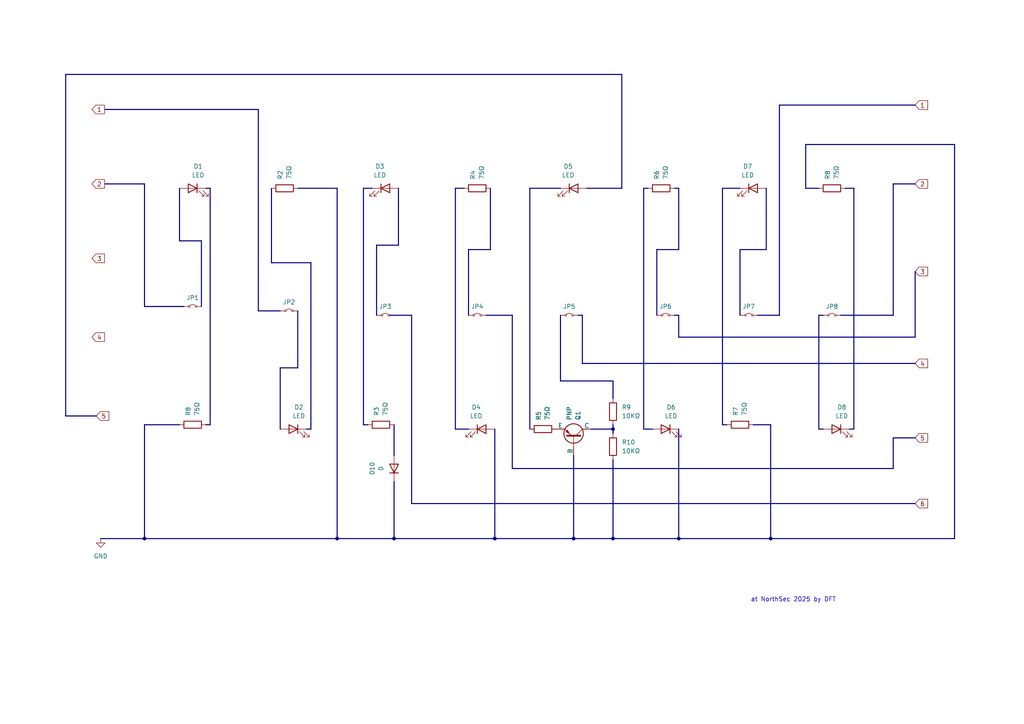
<source format=kicad_sch>
(kicad_sch (version 20250114) (generator "eeschema") (generator_version "9.0")
  (paper "A4")
  (lib_symbols
    (symbol "Device:D" (pin_numbers (hide yes)) (pin_names (offset 1.016) (hide yes))
      (property "Reference" "D" (at 0 2.54 0))
      (property "Value" "D" (at 0 -2.54 0))
      (symbol "D_0_1"
        (polyline (pts (xy -1.27 1.27) (xy -1.27 -1.27)) (stroke (width 0.254)))
        (polyline (pts (xy 1.27 1.27) (xy 1.27 -1.27) (xy -1.27 0) (xy 1.27 1.27)) (stroke (width 0.254)))
        (polyline (pts (xy 1.27 0) (xy -1.27 0)))
      )
      (symbol "D_1_1"
        (pin passive line (at -3.81 0 0) (length 2.54) (name "K") (number "1"))
        (pin passive line (at 3.81 0 180) (length 2.54) (name "A") (number "2"))
      )
    )
    (symbol "Device:LED" (pin_numbers (hide yes)) (pin_names (offset 1.016) (hide yes))
      (property "Reference" "D" (at 0 2.54 0))
      (property "Value" "LED" (at 0 -2.54 0))
      (symbol "LED_0_1"
        (polyline (pts (xy -3.048 -0.762) (xy -4.572 -2.286) (xy -3.81 -2.286) (xy -4.572 -2.286) (xy -4.572 -1.524)))
        (polyline (pts (xy -1.778 -0.762) (xy -3.302 -2.286) (xy -2.54 -2.286) (xy -3.302 -2.286) (xy -3.302 -1.524)))
        (polyline (pts (xy -1.27 0) (xy 1.27 0)))
        (polyline (pts (xy -1.27 -1.27) (xy -1.27 1.27)) (stroke (width 0.254)))
        (polyline (pts (xy 1.27 -1.27) (xy 1.27 1.27) (xy -1.27 0) (xy 1.27 -1.27)) (stroke (width 0.254)))
      )
      (symbol "LED_1_1"
        (pin passive line (at -3.81 0 0) (length 2.54) (name "K") (number "1"))
        (pin passive line (at 3.81 0 180) (length 2.54) (name "A") (number "2"))
      )
    )
    (symbol "Device:R" (pin_numbers (hide yes)) (pin_names (offset 0))
      (property "Reference" "R" (at 2.032 0 90))
      (property "Value" "R" (at 0 0 90))
      (symbol "R_0_1"
        (rectangle (start -1.016 -2.54) (end 1.016 2.54) (stroke (width 0.254)))
      )
      (symbol "R_1_1"
        (pin passive line (at 0 3.81 270) (length 1.27) (name "~") (number "1"))
        (pin passive line (at 0 -3.81 90) (length 1.27) (name "~") (number "2"))
      )
    )
    (symbol "Jumper:Jumper_2_Small_Bridged" (pin_numbers (hide yes)) (pin_names (offset 0) (hide yes))
      (property "Reference" "JP" (at 0 2.032 0))
      (property "Value" "Jumper_2_Small_Bridged" (at 0 -2.286 0))
      (symbol "Jumper_2_Small_Bridged_0_0"
        (circle (center -1.016 0) (radius 0.254))
        (circle (center 1.016 0) (radius 0.254))
      )
      (symbol "Jumper_2_Small_Bridged_0_1"
        (arc (start -0.762 0.254) (mid 0 0.5696) (end 0.762 0.254))
      )
      (symbol "Jumper_2_Small_Bridged_1_1"
        (pin passive line (at -2.54 0 0) (length 1.27) (name "A") (number "1"))
        (pin passive line (at 2.54 0 180) (length 1.27) (name "B") (number "2"))
      )
    )
    (symbol "Simulation_SPICE:PNP" (pin_numbers (hide yes)) (pin_names (offset 0))
      (property "Reference" "Q" (at -2.54 7.62 0))
      (property "Value" "PNP" (at -2.54 5.08 0))
      (symbol "PNP_0_1"
        (polyline (pts (xy -2.54 0) (xy 0.635 0)) (stroke (width 0.1524)))
        (polyline (pts (xy 0.635 1.905) (xy 0.635 -1.905) (xy 0.635 -1.905)) (stroke (width 0.508)))
        (polyline (pts (xy 0.635 0.635) (xy 2.54 2.54)))
        (polyline (pts (xy 0.635 -0.635) (xy 2.54 -2.54) (xy 2.54 -2.54)))
        (circle (center 1.27 0) (radius 2.8194) (stroke (width 0.254)))
        (polyline (pts (xy 2.286 -1.778) (xy 1.778 -2.286) (xy 1.27 -1.27) (xy 2.286 -1.778) (xy 2.286 -1.778)) (fill (type outline)))
      )
      (symbol "PNP_1_1"
        (pin input line (at -5.08 0 0) (length 2.54) (name "B") (number "2"))
        (pin open_collector line (at 2.54 5.08 270) (length 2.54) (name "C") (number "1"))
        (pin open_emitter line (at 2.54 -5.08 90) (length 2.54) (name "E") (number "3"))
      )
    )
    (symbol "power:GND" (power) (pin_numbers (hide yes)) (pin_names (offset 0) (hide yes))
      (property "Value" "GND" (at 0 -3.81 0))
      (symbol "GND_0_1"
        (polyline (pts (xy 0 0) (xy 0 -1.27) (xy 1.27 -1.27) (xy 0 -2.54) (xy -1.27 -1.27) (xy 0 -1.27)))
      )
      (symbol "GND_1_1"
        (pin power_in line (at 0 0 270) (length 0) (name "~") (number "1"))
      )
    )
  )
  (text "at NorthSec 2025 by DFT" (at 230.124 173.99 0) (effects (font (size 1.27 1.27))))
  (junction (at 41.91 156.21))
  (junction (at 177.8 124.46))
  (junction (at 114.3 156.21))
  (junction (at 196.85 156.21))
  (junction (at 97.79 156.21))
  (junction (at 143.51 156.21))
  (junction (at 166.37 156.21))
  (junction (at 177.8 156.21))
  (junction (at 223.52 156.21))
  (bus (pts (xy 233.68 41.91) (xy 276.86 41.91)))
  (bus (pts (xy 105.41 123.19) (xy 106.68 123.19)))
  (bus (pts (xy 19.05 21.59) (xy 180.34 21.59)))
  (bus (pts (xy 135.89 91.44) (xy 135.89 72.39)))
  (bus (pts (xy 170.18 54.61) (xy 180.34 54.61)))
  (bus (pts (xy 196.85 54.61) (xy 196.85 72.39)))
  (bus (pts (xy 109.22 71.12) (xy 115.57 71.12)))
  (bus (pts (xy 58.42 88.9) (xy 58.42 69.85)))
  (bus (pts (xy 186.69 124.46) (xy 189.23 124.46)))
  (bus (pts (xy 177.8 110.49) (xy 177.8 115.57)))
  (bus (pts (xy 276.86 41.91) (xy 276.86 156.21)))
  (bus (pts (xy 143.51 156.21) (xy 114.3 156.21)))
  (bus (pts (xy 30.48 31.75) (xy 74.93 31.75)))
  (bus (pts (xy 78.74 54.61) (xy 78.74 76.2)))
  (bus (pts (xy 265.43 97.79) (xy 265.43 78.74)))
  (bus (pts (xy 105.41 54.61) (xy 105.41 123.19)))
  (bus (pts (xy 276.86 156.21) (xy 223.52 156.21)))
  (bus (pts (xy 214.63 72.39) (xy 222.25 72.39)))
  (bus (pts (xy 74.93 31.75) (xy 74.93 90.17)))
  (bus (pts (xy 90.17 76.2) (xy 78.74 76.2)))
  (bus (pts (xy 265.43 127) (xy 259.08 127)))
  (bus (pts (xy 142.24 54.61) (xy 142.24 72.39)))
  (bus (pts (xy 246.38 124.46) (xy 247.65 124.46)))
  (bus (pts (xy 86.36 106.68) (xy 81.28 106.68)))
  (bus (pts (xy 187.96 54.61) (xy 186.69 54.61)))
  (bus (pts (xy 52.07 123.19) (xy 41.91 123.19)))
  (bus (pts (xy 265.43 105.41) (xy 168.91 105.41)))
  (bus (pts (xy 119.38 146.05) (xy 265.43 146.05)))
  (bus (pts (xy 88.9 124.46) (xy 90.17 124.46)))
  (bus (pts (xy 259.08 135.89) (xy 148.59 135.89)))
  (bus (pts (xy 259.08 53.34) (xy 259.08 91.44)))
  (bus (pts (xy 107.95 54.61) (xy 105.41 54.61)))
  (bus (pts (xy 59.69 54.61) (xy 60.96 54.61)))
  (bus (pts (xy 168.91 105.41) (xy 168.91 91.44)))
  (bus (pts (xy 97.79 54.61) (xy 97.79 156.21)))
  (bus (pts (xy 243.84 91.44) (xy 259.08 91.44)))
  (bus (pts (xy 196.85 91.44) (xy 196.85 97.79)))
  (bus (pts (xy 114.3 123.19) (xy 114.3 132.08)))
  (bus (pts (xy 171.45 124.46) (xy 177.8 124.46)))
  (bus (pts (xy 223.52 123.19) (xy 223.52 156.21)))
  (bus (pts (xy 196.85 124.46) (xy 196.85 156.21)))
  (bus (pts (xy 180.34 21.59) (xy 180.34 54.61)))
  (bus (pts (xy 86.36 90.17) (xy 86.36 106.68)))
  (bus (pts (xy 233.68 54.61) (xy 233.68 41.91)))
  (bus (pts (xy 58.42 69.85) (xy 52.07 69.85)))
  (bus (pts (xy 245.11 54.61) (xy 247.65 54.61)))
  (bus (pts (xy 237.49 124.46) (xy 238.76 124.46)))
  (bus (pts (xy 29.21 156.21) (xy 41.91 156.21)))
  (bus (pts (xy 132.08 54.61) (xy 132.08 124.46)))
  (bus (pts (xy 209.55 54.61) (xy 209.55 123.19)))
  (bus (pts (xy 167.64 91.44) (xy 168.91 91.44)))
  (bus (pts (xy 259.08 127) (xy 259.08 135.89)))
  (bus (pts (xy 86.36 54.61) (xy 97.79 54.61)))
  (bus (pts (xy 109.22 91.44) (xy 109.22 71.12)))
  (bus (pts (xy 214.63 54.61) (xy 209.55 54.61)))
  (bus (pts (xy 214.63 91.44) (xy 214.63 72.39)))
  (bus (pts (xy 162.56 91.44) (xy 162.56 110.49)))
  (bus (pts (xy 90.17 124.46) (xy 90.17 76.2)))
  (bus (pts (xy 132.08 124.46) (xy 135.89 124.46)))
  (bus (pts (xy 177.8 133.35) (xy 177.8 156.21)))
  (bus (pts (xy 195.58 91.44) (xy 196.85 91.44)))
  (bus (pts (xy 162.56 110.49) (xy 177.8 110.49)))
  (bus (pts (xy 247.65 124.46) (xy 247.65 54.61)))
  (bus (pts (xy 30.48 53.34) (xy 41.91 53.34)))
  (bus (pts (xy 114.3 156.21) (xy 97.79 156.21)))
  (bus (pts (xy 113.03 91.44) (xy 119.38 91.44)))
  (bus (pts (xy 134.62 54.61) (xy 132.08 54.61)))
  (bus (pts (xy 60.96 54.61) (xy 60.96 123.19)))
  (bus (pts (xy 41.91 88.9) (xy 53.34 88.9)))
  (bus (pts (xy 74.93 90.17) (xy 81.28 90.17)))
  (bus (pts (xy 119.38 91.44) (xy 119.38 146.05)))
  (bus (pts (xy 218.44 123.19) (xy 223.52 123.19)))
  (bus (pts (xy 135.89 72.39) (xy 142.24 72.39)))
  (bus (pts (xy 190.5 72.39) (xy 196.85 72.39)))
  (bus (pts (xy 222.25 72.39) (xy 222.25 54.61)))
  (bus (pts (xy 41.91 53.34) (xy 41.91 88.9)))
  (bus (pts (xy 52.07 69.85) (xy 52.07 54.61)))
  (bus (pts (xy 59.69 123.19) (xy 60.96 123.19)))
  (bus (pts (xy 186.69 54.61) (xy 186.69 124.46)))
  (bus (pts (xy 166.37 156.21) (xy 177.8 156.21)))
  (bus (pts (xy 97.79 156.21) (xy 41.91 156.21)))
  (bus (pts (xy 41.91 123.19) (xy 41.91 156.21)))
  (bus (pts (xy 219.71 91.44) (xy 226.06 91.44)))
  (bus (pts (xy 237.49 91.44) (xy 238.76 91.44)))
  (bus (pts (xy 223.52 156.21) (xy 196.85 156.21)))
  (bus (pts (xy 27.94 120.65) (xy 19.05 120.65)))
  (bus (pts (xy 209.55 123.19) (xy 210.82 123.19)))
  (bus (pts (xy 166.37 156.21) (xy 143.51 156.21)))
  (bus (pts (xy 177.8 124.46) (xy 177.8 125.73)))
  (bus (pts (xy 81.28 106.68) (xy 81.28 124.46)))
  (bus (pts (xy 259.08 53.34) (xy 265.43 53.34)))
  (bus (pts (xy 166.37 132.08) (xy 166.37 156.21)))
  (bus (pts (xy 226.06 30.48) (xy 226.06 91.44)))
  (bus (pts (xy 177.8 156.21) (xy 196.85 156.21)))
  (bus (pts (xy 190.5 91.44) (xy 190.5 72.39)))
  (bus (pts (xy 19.05 120.65) (xy 19.05 21.59)))
  (bus (pts (xy 265.43 30.48) (xy 226.06 30.48)))
  (bus (pts (xy 114.3 139.7) (xy 114.3 156.21)))
  (bus (pts (xy 115.57 54.61) (xy 115.57 71.12)))
  (bus (pts (xy 237.49 91.44) (xy 237.49 124.46)))
  (bus (pts (xy 148.59 135.89) (xy 148.59 91.44)))
  (bus (pts (xy 196.85 97.79) (xy 265.43 97.79)))
  (bus (pts (xy 195.58 54.61) (xy 196.85 54.61)))
  (bus (pts (xy 237.49 54.61) (xy 233.68 54.61)))
  (bus (pts (xy 140.97 91.44) (xy 148.59 91.44)))
  (bus (pts (xy 162.56 54.61) (xy 153.67 54.61)))
  (bus (pts (xy 177.8 123.19) (xy 177.8 124.46)))
  (bus (pts (xy 143.51 124.46) (xy 143.51 156.21)))
  (bus (pts (xy 153.67 54.61) (xy 153.67 124.46)))
  (global_label "5" (shape input) (at 27.94 120.65 0) (property "Intersheetrefs" "${INTERSHEET_REFS}" (effects (hide yes))))
  (global_label "4" (shape input) (at 26.67 97.79 0) (property "Intersheetrefs" "${INTERSHEET_REFS}" (effects (hide yes))))
  (global_label "3" (shape input) (at 265.43 78.74 0) (property "Intersheetrefs" "${INTERSHEET_REFS}" (effects (hide yes))))
  (global_label "3" (shape input) (at 26.67 74.93 0) (property "Intersheetrefs" "${INTERSHEET_REFS}" (effects (hide yes))))
  (global_label "2" (shape input) (at 265.43 53.34 0) (property "Intersheetrefs" "${INTERSHEET_REFS}" (effects (hide yes))))
  (global_label "5" (shape input) (at 265.43 127 0) (property "Intersheetrefs" "${INTERSHEET_REFS}" (effects (hide yes))))
  (global_label "2" (shape input) (at 26.67 53.34 0) (property "Intersheetrefs" "${INTERSHEET_REFS}" (effects (hide yes))))
  (global_label "1" (shape input) (at 265.43 30.48 0) (property "Intersheetrefs" "${INTERSHEET_REFS}" (effects (hide yes))))
  (global_label "4" (shape input) (at 265.43 105.41 0) (property "Intersheetrefs" "${INTERSHEET_REFS}" (effects (hide yes))))
  (global_label "6" (shape input) (at 265.43 146.05 0) (property "Intersheetrefs" "${INTERSHEET_REFS}" (effects (hide yes))))
  (global_label "1" (shape input) (at 26.67 31.75 0) (property "Intersheetrefs" "${INTERSHEET_REFS}" (effects (hide yes))))
  (symbol (lib_id "Device:R") (at 82.55 54.61 90) (unit 1)
    (property "Reference" "R2" (at 81.2799 52.07 0) (effects (justify left)))
    (property "Value" "75Ω" (at 83.8199 52.07 0) (effects (justify left)))
    (property "Description" "Resistor" (effects (hide yes)))
  )
  (symbol (lib_id "Jumper:Jumper_2_Small_Bridged") (at 165.1 91.44 0) (unit 1)
    (property "Reference" "JP5" (at 165.1 88.9 0))
    (property "Value" "Jumper_2_Small_Bridged" (effects (hide yes)))
    (property "Description" "Jumper, 2-pole, small symbol, bridged" (effects (hide yes)))
  )
  (symbol (lib_id "Jumper:Jumper_2_Small_Bridged") (at 83.82 90.17 0) (unit 1)
    (property "Reference" "JP2" (at 83.82 87.63 0))
    (property "Value" "Jumper_2_Small_Bridged" (effects (hide yes)))
    (property "Description" "Jumper, 2-pole, small symbol, bridged" (effects (hide yes)))
  )
  (symbol (lib_id "Device:R") (at 177.8 129.54 0) (unit 1)
    (property "Reference" "R10" (at 180.34 128.2699 0) (effects (justify left)))
    (property "Value" "10KΩ" (at 180.34 130.8099 0) (effects (justify left)))
    (property "Description" "Resistor" (effects (hide yes)))
  )
  (symbol (lib_id "Device:D") (at 114.3 135.89 90) (unit 1)
    (property "Reference" "D10" (at 107.95 135.89 0))
    (property "Value" "D" (at 110.49 135.89 0))
    (property "Description" "Diode" (effects (hide yes)))
    (property "Sim.Device" "D" (effects (hide yes)))
    (property "Sim.Pins" "1=K 2=A" (effects (hide yes)))
  )
  (symbol (lib_id "Device:LED") (at 55.88 54.61 0) (mirror y) (unit 1)
    (property "Reference" "D1" (at 57.4675 48.26 0))
    (property "Value" "LED" (at 57.4675 50.8 0))
    (property "Description" "Light emitting diode" (effects (hide yes)))
    (property "Sim.Pins" "1=K 2=A" (effects (hide yes)))
  )
  (symbol (lib_id "Device:R") (at 110.49 123.19 90) (unit 1)
    (property "Reference" "R3" (at 109.2199 120.65 0) (effects (justify left)))
    (property "Value" "75Ω" (at 111.7599 120.65 0) (effects (justify left)))
    (property "Description" "Resistor" (effects (hide yes)))
  )
  (symbol (lib_id "Jumper:Jumper_2_Small_Bridged") (at 138.43 91.44 0) (unit 1)
    (property "Reference" "JP4" (at 138.43 88.9 0))
    (property "Value" "Jumper_2_Small_Bridged" (effects (hide yes)))
    (property "Description" "Jumper, 2-pole, small symbol, bridged" (effects (hide yes)))
  )
  (symbol (lib_id "Device:R") (at 241.3 54.61 90) (unit 1)
    (property "Reference" "R8" (at 240.0299 52.07 0) (effects (justify left)))
    (property "Value" "75Ω" (at 242.5699 52.07 0) (effects (justify left)))
    (property "Description" "Resistor" (effects (hide yes)))
  )
  (symbol (lib_id "Device:LED") (at 139.7 124.46 0) (unit 1)
    (property "Reference" "D4" (at 138.1125 118.11 0))
    (property "Value" "LED" (at 138.1125 120.65 0))
    (property "Description" "Light emitting diode" (effects (hide yes)))
    (property "Sim.Pins" "1=K 2=A" (effects (hide yes)))
  )
  (symbol (lib_id "Jumper:Jumper_2_Small_Bridged") (at 111.76 91.44 0) (unit 1)
    (property "Reference" "JP3" (at 111.76 88.9 0))
    (property "Value" "Jumper_2_Small_Bridged" (effects (hide yes)))
    (property "Description" "Jumper, 2-pole, small symbol, bridged" (effects (hide yes)))
  )
  (symbol (lib_id "Device:LED") (at 193.04 124.46 0) (mirror y) (unit 1)
    (property "Reference" "D6" (at 194.6275 118.11 0))
    (property "Value" "LED" (at 194.6275 120.65 0))
    (property "Description" "Light emitting diode" (effects (hide yes)))
    (property "Sim.Pins" "1=K 2=A" (effects (hide yes)))
  )
  (symbol (lib_id "Simulation_SPICE:PNP") (at 166.37 127 270) (mirror x) (unit 1)
    (property "Reference" "Q1" (at 167.6401 121.92 0) (effects (justify left)))
    (property "Value" "PNP" (at 165.1001 121.92 0) (effects (justify left)))
    (property "Datasheet" "https://ngspice.sourceforge.io/docs/ngspice-html-manual/manual.xhtml#cha_BJTs" (effects (hide yes)))
    (property "Description" "Bipolar transistor symbol for simulation only, substrate tied to the emitter" (effects (hide yes)))
    (property "Sim.Device" "PNP" (effects (hide yes)))
    (property "Sim.Type" "GUMMELPOON" (effects (hide yes)))
    (property "Sim.Pins" "1=C 2=B 3=E" (effects (hide yes)))
  )
  (symbol (lib_id "Jumper:Jumper_2_Small_Bridged") (at 55.88 88.9 0) (unit 1)
    (property "Reference" "JP1" (at 55.88 86.36 0))
    (property "Value" "Jumper_2_Small_Bridged" (effects (hide yes)))
    (property "Description" "Jumper, 2-pole, small symbol, bridged" (effects (hide yes)))
  )
  (symbol (lib_id "Device:LED") (at 166.37 54.61 0) (unit 1)
    (property "Reference" "D5" (at 164.7825 48.26 0))
    (property "Value" "LED" (at 164.7825 50.8 0))
    (property "Description" "Light emitting diode" (effects (hide yes)))
    (property "Sim.Pins" "1=K 2=A" (effects (hide yes)))
  )
  (symbol (lib_id "Device:R") (at 214.63 123.19 90) (unit 1)
    (property "Reference" "R7" (at 213.3599 120.65 0) (effects (justify left)))
    (property "Value" "75Ω" (at 215.8999 120.65 0) (effects (justify left)))
    (property "Description" "Resistor" (effects (hide yes)))
  )
  (symbol (lib_id "Jumper:Jumper_2_Small_Bridged") (at 193.04 91.44 0) (unit 1)
    (property "Reference" "JP6" (at 193.04 88.9 0))
    (property "Value" "Jumper_2_Small_Bridged" (effects (hide yes)))
    (property "Description" "Jumper, 2-pole, small symbol, bridged" (effects (hide yes)))
  )
  (symbol (lib_id "Device:R") (at 177.8 119.38 0) (unit 1)
    (property "Reference" "R9" (at 180.34 118.1099 0) (effects (justify left)))
    (property "Value" "10KΩ" (at 180.34 120.6499 0) (effects (justify left)))
    (property "Description" "Resistor" (effects (hide yes)))
  )
  (symbol (lib_id "Jumper:Jumper_2_Small_Bridged") (at 217.17 91.44 0) (unit 1)
    (property "Reference" "JP7" (at 217.17 88.9 0))
    (property "Value" "Jumper_2_Small_Bridged" (effects (hide yes)))
    (property "Description" "Jumper, 2-pole, small symbol, bridged" (effects (hide yes)))
  )
  (symbol (lib_id "Device:R") (at 157.48 124.46 90) (unit 1)
    (property "Reference" "R5" (at 156.2099 121.92 0) (effects (justify left)))
    (property "Value" "75Ω" (at 158.7499 121.92 0) (effects (justify left)))
    (property "Description" "Resistor" (effects (hide yes)))
  )
  (symbol (lib_id "Device:R") (at 191.77 54.61 90) (unit 1)
    (property "Reference" "R6" (at 190.4999 52.07 0) (effects (justify left)))
    (property "Value" "75Ω" (at 193.0399 52.07 0) (effects (justify left)))
    (property "Description" "Resistor" (effects (hide yes)))
  )
  (symbol (lib_id "Device:LED") (at 111.76 54.61 0) (unit 1)
    (property "Reference" "D3" (at 110.1725 48.26 0))
    (property "Value" "LED" (at 110.1725 50.8 0))
    (property "Description" "Light emitting diode" (effects (hide yes)))
    (property "Sim.Pins" "1=K 2=A" (effects (hide yes)))
  )
  (symbol (lib_id "Device:LED") (at 85.09 124.46 0) (mirror y) (unit 1)
    (property "Reference" "D2" (at 86.6775 118.11 0))
    (property "Value" "LED" (at 86.6775 120.65 0))
    (property "Description" "Light emitting diode" (effects (hide yes)))
    (property "Sim.Pins" "1=K 2=A" (effects (hide yes)))
  )
  (symbol (lib_id "Jumper:Jumper_2_Small_Bridged") (at 241.3 91.44 0) (unit 1)
    (property "Reference" "JP8" (at 241.3 88.9 0))
    (property "Value" "Jumper_2_Small_Bridged" (effects (hide yes)))
    (property "Description" "Jumper, 2-pole, small symbol, bridged" (effects (hide yes)))
  )
  (symbol (lib_id "Device:R") (at 55.88 123.19 90) (unit 1)
    (property "Reference" "R8" (at 54.6099 120.65 0) (effects (justify left)))
    (property "Value" "75Ω" (at 57.1499 120.65 0) (effects (justify left)))
    (property "Description" "Resistor" (effects (hide yes)))
  )
  (symbol (lib_id "power:GND") (at 29.21 156.21 0) (unit 1)
    (property "Reference" "#PWR02" (effects (hide yes)))
    (property "Value" "GND" (at 29.21 161.29 0))
    (property "Description" "Power symbol creates a global label with name \"GND\" , ground" (effects (hide yes)))
  )
  (symbol (lib_id "Device:R") (at 138.43 54.61 90) (unit 1)
    (property "Reference" "R4" (at 137.1599 52.07 0) (effects (justify left)))
    (property "Value" "75Ω" (at 139.6999 52.07 0) (effects (justify left)))
    (property "Description" "Resistor" (effects (hide yes)))
  )
  (symbol (lib_id "Device:LED") (at 242.57 124.46 0) (mirror y) (unit 1)
    (property "Reference" "D8" (at 244.1575 118.11 0))
    (property "Value" "LED" (at 244.1575 120.65 0))
    (property "Description" "Light emitting diode" (effects (hide yes)))
    (property "Sim.Pins" "1=K 2=A" (effects (hide yes)))
  )
  (symbol (lib_id "Device:LED") (at 218.44 54.61 0) (unit 1)
    (property "Reference" "D7" (at 216.8525 48.26 0))
    (property "Value" "LED" (at 216.8525 50.8 0))
    (property "Description" "Light emitting diode" (effects (hide yes)))
    (property "Sim.Pins" "1=K 2=A" (effects (hide yes)))
  )
)
</source>
